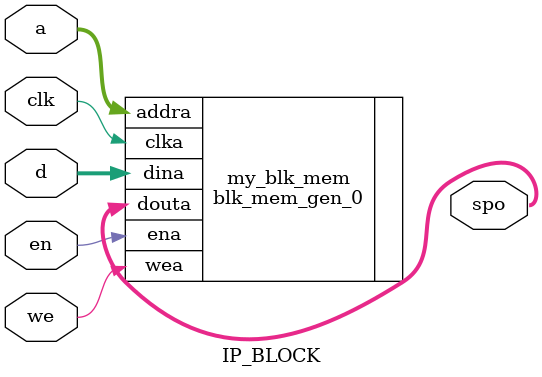
<source format=v>
`timescale 1ns / 1ps


module IP_BLOCK(
    input wire [3 : 0] a,
    input wire [7 : 0] d,
    input wire clk,
    input wire we,
    input wire en,
    output wire [7 : 0] spo
    );
blk_mem_gen_0   my_blk_mem (.addra(a),.clka(clk),.dina(d),.douta(spo),.ena(en),.wea(we));      	  	
endmodule

</source>
